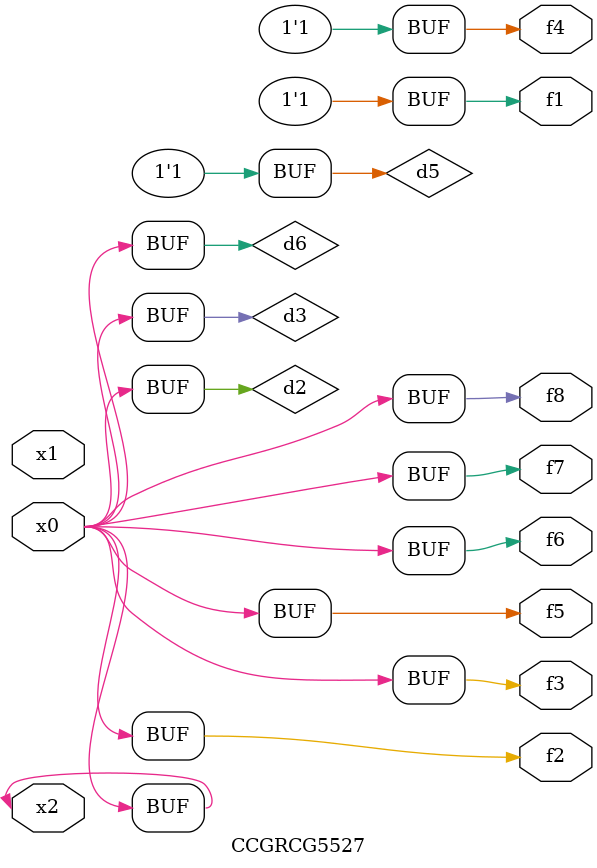
<source format=v>
module CCGRCG5527(
	input x0, x1, x2,
	output f1, f2, f3, f4, f5, f6, f7, f8
);

	wire d1, d2, d3, d4, d5, d6;

	xnor (d1, x2);
	buf (d2, x0, x2);
	and (d3, x0);
	xnor (d4, x1, x2);
	nand (d5, d1, d3);
	buf (d6, d2, d3);
	assign f1 = d5;
	assign f2 = d6;
	assign f3 = d6;
	assign f4 = d5;
	assign f5 = d6;
	assign f6 = d6;
	assign f7 = d6;
	assign f8 = d6;
endmodule

</source>
